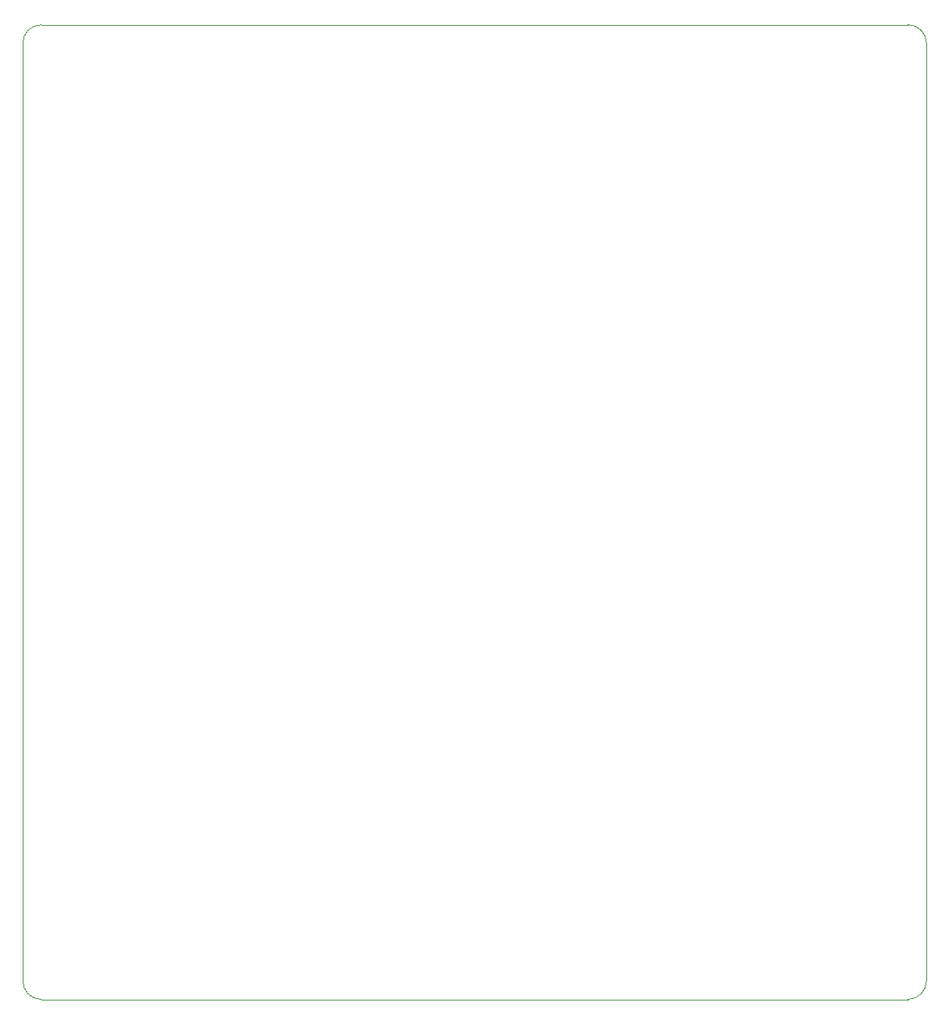
<source format=gbr>
%TF.GenerationSoftware,KiCad,Pcbnew,8.0.2-1*%
%TF.CreationDate,2024-07-11T16:18:04-04:00*%
%TF.ProjectId,stairs light strip,73746169-7273-4206-9c69-676874207374,rev?*%
%TF.SameCoordinates,Original*%
%TF.FileFunction,Profile,NP*%
%FSLAX46Y46*%
G04 Gerber Fmt 4.6, Leading zero omitted, Abs format (unit mm)*
G04 Created by KiCad (PCBNEW 8.0.2-1) date 2024-07-11 16:18:04*
%MOMM*%
%LPD*%
G01*
G04 APERTURE LIST*
%TA.AperFunction,Profile*%
%ADD10C,0.050000*%
%TD*%
G04 APERTURE END LIST*
D10*
X153953398Y-38100000D02*
X247743398Y-38100000D01*
X249743398Y-141510000D02*
G75*
G02*
X247743398Y-143509998I-1999998J0D01*
G01*
X151953398Y-40100000D02*
G75*
G02*
X153953398Y-38099998I2000002J0D01*
G01*
X153953398Y-143510000D02*
G75*
G02*
X151953400Y-141510000I2J2000000D01*
G01*
X247743398Y-143510000D02*
X153953398Y-143510000D01*
X151953398Y-141510000D02*
X151953398Y-40100000D01*
X249743398Y-40100000D02*
X249743398Y-141510000D01*
X247743398Y-38100000D02*
G75*
G02*
X249743400Y-40100000I2J-2000000D01*
G01*
M02*

</source>
